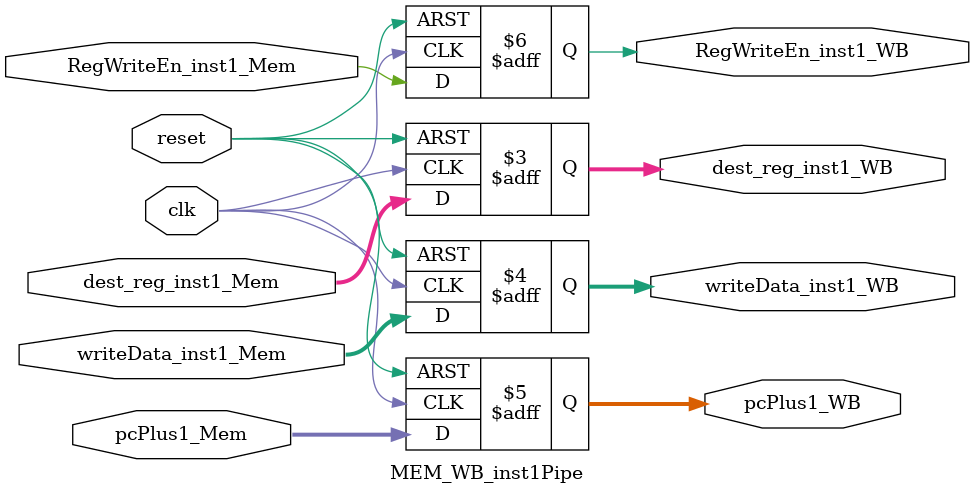
<source format=v>
module MEM_WB_inst1Pipe (
    input clk,
    input reset,
    //input [31:0] MemReadDataMem_inst1,
    //input [31:0] AluResultMem_inst1,
    input [4:0] dest_reg_inst1_Mem,
    //input [1:0] MemtoRegMem_inst1,
    input RegWriteEn_inst1_Mem ,
	 input [31:0] writeData_inst1_Mem, 
	input [7:0] pcPlus1_Mem,
    output reg [4:0] dest_reg_inst1_WB,
	 output reg [31:0] writeData_inst1_WB,
	 output reg [7:0] pcPlus1_WB, 
    output reg RegWriteEn_inst1_WB 
    
    );

always @(posedge clk, negedge reset) 
    begin
        if(~reset)
        begin

        //MemReadDataWB_inst1 <= 32'b0;
        //AluResultWB_inst1<= 32'b0;
        dest_reg_inst1_WB <= 5'b0;
        //MemtoRegWB_inst1<= 2'b0;
        RegWriteEn_inst1_WB<= 1'b0 ;
		  writeData_inst1_WB <= 32'b0 ;
		  pcPlus1_WB<= 8'b0;
           
        end
		  
		else 
		begin
       // MemReadDataWB_inst1 <=MemReadDataMem_inst1;
       // AluResultWB_inst1<= AluResultMem_inst1;
        dest_reg_inst1_WB <= dest_reg_inst1_Mem;
        //MemtoRegWB_inst1 <=MemtoRegMem_inst1;
        RegWriteEn_inst1_WB <=RegWriteEn_inst1_Mem;
		  writeData_inst1_WB <= writeData_inst1_Mem;
		  pcPlus1_WB<= pcPlus1_Mem;
           
       end 

		end 
    endmodule

</source>
